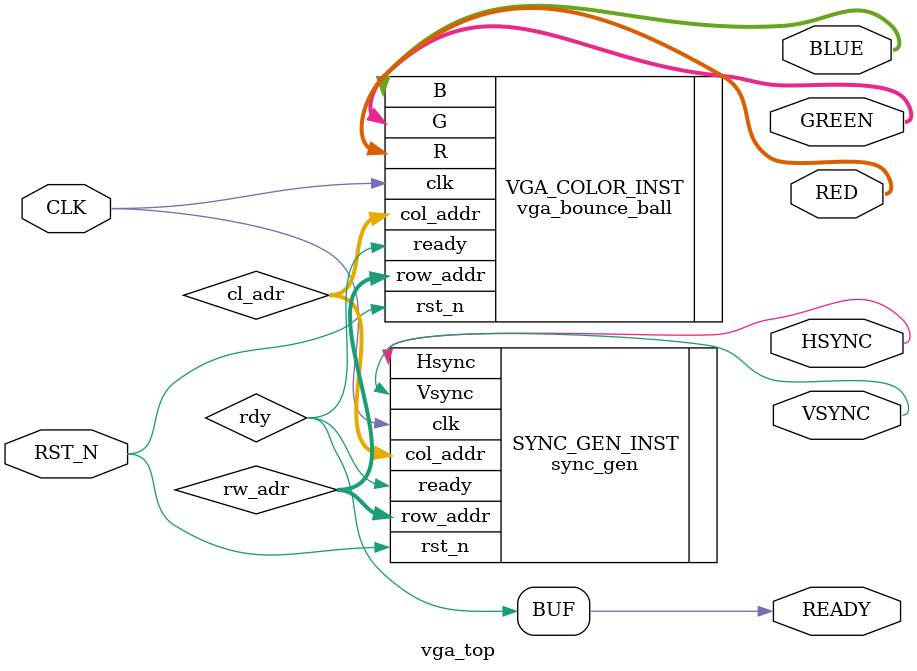
<source format=v>

module vga_top(
    output [7:0] RED,
    output [7:0] GREEN,
    output [7:0] BLUE,
    output       HSYNC,
    output       VSYNC,
    output       READY,

    input        CLK,  // 74.25 MHz, for 1280 x 720 pixel clock
    input        RST_N
);

wire rdy;
wire [10:0] cl_adr;
wire [10:0] rw_adr;
assign READY = rdy;

sync_gen SYNC_GEN_INST(
    .Hsync(HSYNC),
    .Vsync(VSYNC),
    .ready(rdy),
    .col_addr(cl_adr),
    .row_addr(rw_adr),

    .clk(CLK),
    .rst_n(RST_N)
);

vga_bounce_ball VGA_COLOR_INST(
    .R(RED),
    .G(GREEN),
    .B(BLUE),

    .clk(CLK),
    .rst_n(RST_N),
    .col_addr(cl_adr),
    .row_addr(rw_adr),
    .ready(rdy)
);

endmodule



</source>
